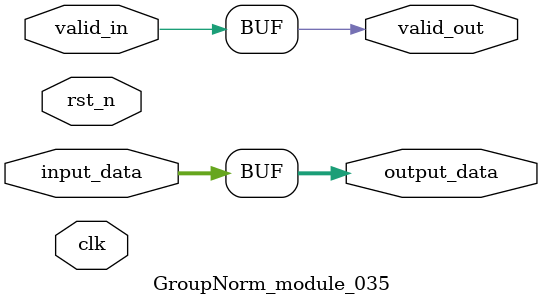
<source format=v>

module GroupNorm_module_035 (
    input clk,
    input rst_n,
    input valid_in,
    output valid_out,
    // Add specific ports based on operator type
    input [31:0] input_data,
    output [31:0] output_data
);

    // Module implementation would go here
    // This is a template - actual implementation depends on the operator
    
        // Generic operator implementation
    assign output_data = input_data; // Placeholder
    assign valid_out = valid_in;

endmodule

</source>
